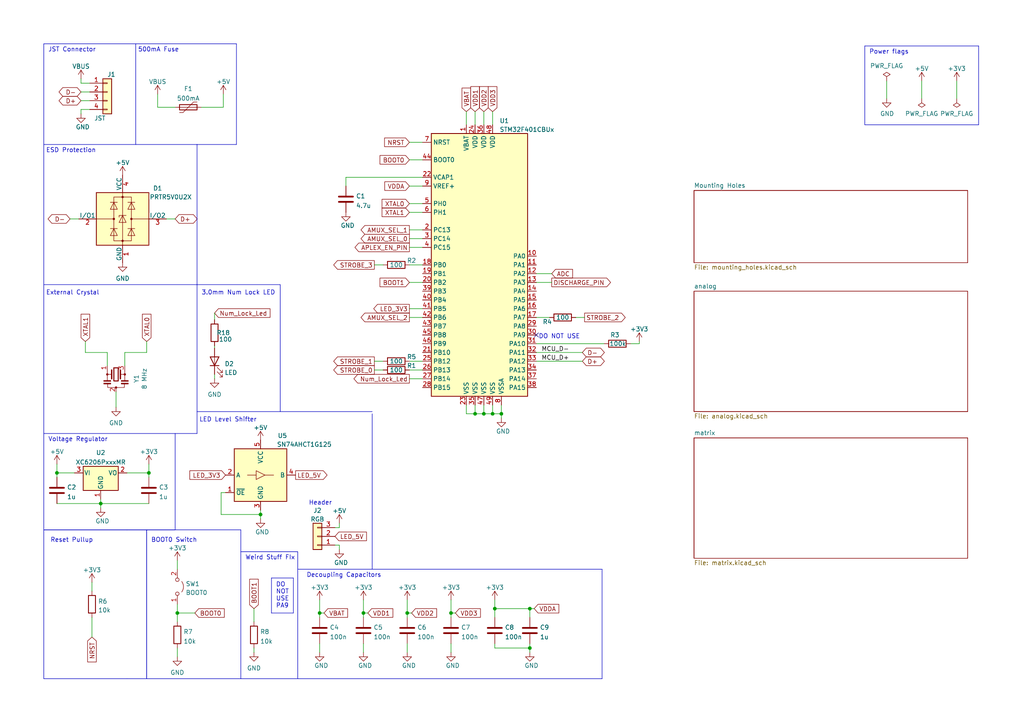
<source format=kicad_sch>
(kicad_sch (version 20231120) (generator "eeschema") (generator_version "8.0")
  (paper "A4")
  (title_block (title "EC23U") (date "2024-03-03") (rev "1.1") (company "LU.SV Solutions") (comment 1 "Cipulot PCB Design") (comment 2 "Cipulot") (comment 3 "CC-BY-NC-SA-4.0"))
  (lib_symbols
    (symbol "Connector_Generic:Conn_01x03" (pin_names (offset 1.016) hide)
      (property "Reference" "J" (at 0 5.08 0))
      (property "Value" "Conn_01x03" (at 0 -5.08 0))
      (symbol "Conn_01x03_1_1"
        (rectangle (start -1.27 -2.413) (end 0 -2.667) (stroke (width 0.1524)))
        (rectangle (start -1.27 0.127) (end 0 -0.127) (stroke (width 0.1524)))
        (rectangle (start -1.27 2.667) (end 0 2.413) (stroke (width 0.1524)))
        (rectangle (start -1.27 3.81) (end 1.27 -3.81) (stroke (width 0.254)) (fill (type background)))
        (pin passive line (at -5.08 2.54 0) (length 3.81) (name "Pin_1") (number "1"))
        (pin passive line (at -5.08 0 0) (length 3.81) (name "Pin_2") (number "2"))
        (pin passive line (at -5.08 -2.54 0) (length 3.81) (name "Pin_3") (number "3"))
      )
    )
    (symbol "Connector_Generic:Conn_01x04" (pin_names (offset 1.016) hide)
      (property "Reference" "J" (at 0 5.08 0))
      (property "Value" "Conn_01x04" (at 0 -7.62 0))
      (symbol "Conn_01x04_1_1"
        (rectangle (start -1.27 -4.953) (end 0 -5.207) (stroke (width 0.1524)))
        (rectangle (start -1.27 -2.413) (end 0 -2.667) (stroke (width 0.1524)))
        (rectangle (start -1.27 0.127) (end 0 -0.127) (stroke (width 0.1524)))
        (rectangle (start -1.27 2.667) (end 0 2.413) (stroke (width 0.1524)))
        (rectangle (start -1.27 3.81) (end 1.27 -6.35) (stroke (width 0.254)) (fill (type background)))
        (pin passive line (at -5.08 2.54 0) (length 3.81) (name "Pin_1") (number "1"))
        (pin passive line (at -5.08 0 0) (length 3.81) (name "Pin_2") (number "2"))
        (pin passive line (at -5.08 -2.54 0) (length 3.81) (name "Pin_3") (number "3"))
        (pin passive line (at -5.08 -5.08 0) (length 3.81) (name "Pin_4") (number "4"))
      )
    )
    (symbol "Device:C" (pin_numbers hide) (pin_names (offset 0.254))
      (property "Reference" "C" (at 0.635 2.54 0))
      (property "Value" "C" (at 0.635 -2.54 0))
      (symbol "C_0_1"
        (polyline (pts (xy -2.032 -0.762) (xy 2.032 -0.762)) (stroke (width 0.508)))
        (polyline (pts (xy -2.032 0.762) (xy 2.032 0.762)) (stroke (width 0.508)))
      )
      (symbol "C_1_1"
        (pin passive line (at 0 3.81 270) (length 2.794) (name "~") (number "1"))
        (pin passive line (at 0 -3.81 90) (length 2.794) (name "~") (number "2"))
      )
    )
    (symbol "Device:LED" (pin_numbers hide) (pin_names (offset 1.016) hide)
      (property "Reference" "D" (at 0 2.54 0))
      (property "Value" "LED" (at 0 -2.54 0))
      (symbol "LED_0_1"
        (polyline (pts (xy -1.27 -1.27) (xy -1.27 1.27)) (stroke (width 0.254)))
        (polyline (pts (xy -1.27 0) (xy 1.27 0)))
        (polyline (pts (xy 1.27 -1.27) (xy 1.27 1.27) (xy -1.27 0) (xy 1.27 -1.27)) (stroke (width 0.254)))
        (polyline (pts (xy -3.048 -0.762) (xy -4.572 -2.286) (xy -3.81 -2.286) (xy -4.572 -2.286) (xy -4.572 -1.524)))
        (polyline (pts (xy -1.778 -0.762) (xy -3.302 -2.286) (xy -2.54 -2.286) (xy -3.302 -2.286) (xy -3.302 -1.524)))
      )
      (symbol "LED_1_1"
        (pin passive line (at -3.81 0 0) (length 2.54) (name "K") (number "1"))
        (pin passive line (at 3.81 0 180) (length 2.54) (name "A") (number "2"))
      )
    )
    (symbol "Device:Polyfuse" (pin_numbers hide) (pin_names (offset 0))
      (property "Reference" "F" (at -2.54 0 90))
      (property "Value" "Polyfuse" (at 2.54 0 90))
      (symbol "Polyfuse_0_1"
        (rectangle (start -0.762 2.54) (end 0.762 -2.54) (stroke (width 0.254)))
        (polyline (pts (xy 0 2.54) (xy 0 -2.54)))
        (polyline (pts (xy -1.524 2.54) (xy -1.524 1.524) (xy 1.524 -1.524) (xy 1.524 -2.54)))
      )
      (symbol "Polyfuse_1_1"
        (pin passive line (at 0 3.81 270) (length 1.27) (name "~") (number "1"))
        (pin passive line (at 0 -3.81 90) (length 1.27) (name "~") (number "2"))
      )
    )
    (symbol "Device:R" (pin_numbers hide) (pin_names (offset 0))
      (property "Reference" "R" (at 2.032 0 90))
      (property "Value" "R" (at 0 0 90))
      (symbol "R_0_1"
        (rectangle (start -1.016 -2.54) (end 1.016 2.54) (stroke (width 0.254)))
      )
      (symbol "R_1_1"
        (pin passive line (at 0 3.81 270) (length 1.27) (name "~") (number "1"))
        (pin passive line (at 0 -3.81 90) (length 1.27) (name "~") (number "2"))
      )
    )
    (symbol "Device:Resonator_Small" (pin_names (offset 1.016) hide)
      (property "Reference" "Y" (at 3.175 1.905 0))
      (property "Value" "Resonator_Small" (at 3.175 0 0))
      (symbol "Resonator_Small_0_1"
        (rectangle (start -3.556 -2.54) (end -1.524 -2.794) (fill (type outline)))
        (rectangle (start -3.556 -1.778) (end -1.524 -2.032) (fill (type outline)))
        (circle (center -2.54 0) (radius 0.254) (fill (type outline)))
        (rectangle (start -0.635 1.905) (end 0.635 -1.905) (stroke (width 0.3048)))
        (circle (center 0 -3.81) (radius 0.254) (fill (type outline)))
        (polyline (pts (xy -2.54 -1.778) (xy -2.54 0)))
        (polyline (pts (xy -2.54 0) (xy -1.397 0)))
        (polyline (pts (xy -2.54 1.27) (xy -2.54 0)))
        (polyline (pts (xy -1.27 -1.27) (xy -1.27 1.27)) (stroke (width 0.381)))
        (polyline (pts (xy 1.27 -1.27) (xy 1.27 1.27)) (stroke (width 0.381)))
        (polyline (pts (xy 1.27 0) (xy 2.54 0)))
        (polyline (pts (xy 2.54 0) (xy 2.54 -1.778)))
        (polyline (pts (xy 2.54 1.27) (xy 2.54 0)))
        (polyline (pts (xy 2.413 -2.794) (xy 2.413 -3.81) (xy -2.413 -3.81) (xy -2.413 -2.667)))
        (rectangle (start 1.524 -2.54) (end 3.556 -2.794) (fill (type outline)))
        (rectangle (start 1.524 -1.778) (end 3.556 -2.032) (fill (type outline)))
        (circle (center 2.54 0) (radius 0.254) (fill (type outline)))
      )
      (symbol "Resonator_Small_1_1"
        (pin passive line (at -2.54 2.54 270) (length 1.27) (name "1") (number "1"))
        (pin passive line (at 0 -5.08 90) (length 1.27) (name "2") (number "2"))
        (pin passive line (at 2.54 2.54 270) (length 1.27) (name "3") (number "3"))
      )
    )
    (symbol "Jumper:Jumper_2_Open" (pin_names (offset 0) hide)
      (property "Reference" "JP" (at 0 2.794 0))
      (property "Value" "Jumper_2_Open" (at 0 -2.286 0))
      (symbol "Jumper_2_Open_0_0"
        (circle (center -2.032 0) (radius 0.508))
        (circle (center 2.032 0) (radius 0.508))
      )
      (symbol "Jumper_2_Open_0_1"
        (arc (start 1.524 1.27) (mid 0 1.778) (end -1.524 1.27))
      )
      (symbol "Jumper_2_Open_1_1"
        (pin passive line (at -5.08 0 0) (length 2.54) (name "A") (number "1"))
        (pin passive line (at 5.08 0 180) (length 2.54) (name "B") (number "2"))
      )
    )
    (symbol "MCU_ST_STM32F4:STM32F401CBUx"
      (property "Reference" "U" (at -15.24 39.37 0))
      (property "Value" "STM32F401CBUx" (at 5.08 39.37 0))
      (symbol "STM32F401CBUx_0_1"
        (rectangle (start -15.24 -38.1) (end 12.7 38.1) (stroke (width 0.254)) (fill (type background)))
      )
      (symbol "STM32F401CBUx_1_1"
        (pin power_in line (at -5.08 40.64 270) (length 2.54) (name "VBAT") (number "1"))
        (pin bidirectional line (at 15.24 2.54 180) (length 2.54) (name "PA0") (number "10"))
        (pin bidirectional line (at 15.24 0 180) (length 2.54) (name "PA1") (number "11"))
        (pin bidirectional line (at 15.24 -2.54 180) (length 2.54) (name "PA2") (number "12"))
        (pin bidirectional line (at 15.24 -5.08 180) (length 2.54) (name "PA3") (number "13"))
        (pin bidirectional line (at 15.24 -7.62 180) (length 2.54) (name "PA4") (number "14"))
        (pin bidirectional line (at 15.24 -10.16 180) (length 2.54) (name "PA5") (number "15"))
        (pin bidirectional line (at 15.24 -12.7 180) (length 2.54) (name "PA6") (number "16"))
        (pin bidirectional line (at 15.24 -15.24 180) (length 2.54) (name "PA7") (number "17"))
        (pin bidirectional line (at -17.78 0 0) (length 2.54) (name "PB0") (number "18"))
        (pin bidirectional line (at -17.78 -2.54 0) (length 2.54) (name "PB1") (number "19"))
        (pin bidirectional line (at -17.78 10.16 0) (length 2.54) (name "PC13") (number "2"))
        (pin bidirectional line (at -17.78 -5.08 0) (length 2.54) (name "PB2") (number "20"))
        (pin bidirectional line (at -17.78 -25.4 0) (length 2.54) (name "PB10") (number "21"))
        (pin power_in line (at -17.78 25.4 0) (length 2.54) (name "VCAP1") (number "22"))
        (pin power_in line (at -5.08 -40.64 90) (length 2.54) (name "VSS") (number "23"))
        (pin power_in line (at -2.54 40.64 270) (length 2.54) (name "VDD") (number "24"))
        (pin bidirectional line (at -17.78 -27.94 0) (length 2.54) (name "PB12") (number "25"))
        (pin bidirectional line (at -17.78 -30.48 0) (length 2.54) (name "PB13") (number "26"))
        (pin bidirectional line (at -17.78 -33.02 0) (length 2.54) (name "PB14") (number "27"))
        (pin bidirectional line (at -17.78 -35.56 0) (length 2.54) (name "PB15") (number "28"))
        (pin bidirectional line (at 15.24 -17.78 180) (length 2.54) (name "PA8") (number "29"))
        (pin bidirectional line (at -17.78 7.62 0) (length 2.54) (name "PC14") (number "3"))
        (pin bidirectional line (at 15.24 -20.32 180) (length 2.54) (name "PA9") (number "30"))
        (pin bidirectional line (at 15.24 -22.86 180) (length 2.54) (name "PA10") (number "31"))
        (pin bidirectional line (at 15.24 -25.4 180) (length 2.54) (name "PA11") (number "32"))
        (pin bidirectional line (at 15.24 -27.94 180) (length 2.54) (name "PA12") (number "33"))
        (pin bidirectional line (at 15.24 -30.48 180) (length 2.54) (name "PA13") (number "34"))
        (pin power_in line (at -2.54 -40.64 90) (length 2.54) (name "VSS") (number "35"))
        (pin power_in line (at 0 40.64 270) (length 2.54) (name "VDD") (number "36"))
        (pin bidirectional line (at 15.24 -33.02 180) (length 2.54) (name "PA14") (number "37"))
        (pin bidirectional line (at 15.24 -35.56 180) (length 2.54) (name "PA15") (number "38"))
        (pin bidirectional line (at -17.78 -7.62 0) (length 2.54) (name "PB3") (number "39"))
        (pin bidirectional line (at -17.78 5.08 0) (length 2.54) (name "PC15") (number "4"))
        (pin bidirectional line (at -17.78 -10.16 0) (length 2.54) (name "PB4") (number "40"))
        (pin bidirectional line (at -17.78 -12.7 0) (length 2.54) (name "PB5") (number "41"))
        (pin bidirectional line (at -17.78 -15.24 0) (length 2.54) (name "PB6") (number "42"))
        (pin bidirectional line (at -17.78 -17.78 0) (length 2.54) (name "PB7") (number "43"))
        (pin input line (at -17.78 30.48 0) (length 2.54) (name "BOOT0") (number "44"))
        (pin bidirectional line (at -17.78 -20.32 0) (length 2.54) (name "PB8") (number "45"))
        (pin bidirectional line (at -17.78 -22.86 0) (length 2.54) (name "PB9") (number "46"))
        (pin power_in line (at 0 -40.64 90) (length 2.54) (name "VSS") (number "47"))
        (pin power_in line (at 2.54 40.64 270) (length 2.54) (name "VDD") (number "48"))
        (pin power_in line (at 2.54 -40.64 90) (length 2.54) (name "VSS") (number "49"))
        (pin input line (at -17.78 17.78 0) (length 2.54) (name "PH0") (number "5"))
        (pin input line (at -17.78 15.24 0) (length 2.54) (name "PH1") (number "6"))
        (pin input line (at -17.78 35.56 0) (length 2.54) (name "NRST") (number "7"))
        (pin power_in line (at 5.08 -40.64 90) (length 2.54) (name "VSSA") (number "8"))
        (pin power_in line (at -17.78 22.86 0) (length 2.54) (name "VREF+") (number "9"))
      )
    )
    (symbol "Power_Protection:PRTR5V0U2X" (pin_names (offset 0))
      (property "Reference" "D" (at 2.794 8.636 0))
      (property "Value" "PRTR5V0U2X" (at 8.128 -9.398 0))
      (symbol "PRTR5V0U2X_0_1"
        (rectangle (start -7.62 -7.62) (end 7.62 7.62) (stroke (width 0.254)) (fill (type background)))
        (circle (center -2.54 0) (radius 0.254) (fill (type outline)))
        (rectangle (start -2.54 6.35) (end 2.54 -6.35))
        (circle (center 0 -6.35) (radius 0.254) (fill (type outline)))
        (polyline (pts (xy -2.54 0) (xy -7.62 0)))
        (polyline (pts (xy -1.524 -2.794) (xy -3.556 -2.794)))
        (polyline (pts (xy -1.524 4.826) (xy -3.556 4.826)))
        (polyline (pts (xy 0 -7.62) (xy 0 7.62)))
        (polyline (pts (xy 1.524 -2.794) (xy 3.556 -2.794)))
        (polyline (pts (xy 1.524 4.826) (xy 3.556 4.826)))
        (polyline (pts (xy 2.54 0) (xy 7.62 0)))
        (polyline (pts (xy 1.016 1.016) (xy -1.016 1.016) (xy -1.016 0.508)))
        (polyline (pts (xy -3.556 -4.826) (xy -1.524 -4.826) (xy -2.54 -2.794) (xy -3.556 -4.826)))
        (polyline (pts (xy -3.556 2.794) (xy -1.524 2.794) (xy -2.54 4.826) (xy -3.556 2.794)))
        (polyline (pts (xy -1.016 -1.016) (xy 1.016 -1.016) (xy 0 1.016) (xy -1.016 -1.016)))
        (polyline (pts (xy 3.556 -4.826) (xy 1.524 -4.826) (xy 2.54 -2.794) (xy 3.556 -4.826)))
        (polyline (pts (xy 3.556 2.794) (xy 1.524 2.794) (xy 2.54 4.826) (xy 3.556 2.794)))
        (circle (center 0 6.35) (radius 0.254) (fill (type outline)))
        (circle (center 2.54 0) (radius 0.254) (fill (type outline)))
      )
      (symbol "PRTR5V0U2X_1_1"
        (pin passive line (at 0 -12.7 90) (length 5.08) (name "GND") (number "1"))
        (pin passive line (at -12.7 0 0) (length 5.08) (name "I/O1") (number "2"))
        (pin passive line (at 12.7 0 180) (length 5.08) (name "I/O2") (number "3"))
        (pin passive line (at 0 12.7 270) (length 5.08) (name "VCC") (number "4"))
      )
    )
    (symbol "Regulator_Linear:XC6206PxxxMR" (pin_names (offset 0.254))
      (property "Reference" "U" (at -3.81 3.175 0))
      (property "Value" "XC6206PxxxMR" (at 0 3.175 0))
      (symbol "XC6206PxxxMR_0_1"
        (rectangle (start -5.08 1.905) (end 5.08 -5.08) (stroke (width 0.254)) (fill (type background)))
      )
      (symbol "XC6206PxxxMR_1_1"
        (pin power_in line (at 0 -7.62 90) (length 2.54) (name "GND") (number "1"))
        (pin power_out line (at 7.62 0 180) (length 2.54) (name "VO") (number "2"))
        (pin power_in line (at -7.62 0 0) (length 2.54) (name "VI") (number "3"))
      )
    )
    (symbol "cipulot_parts:SN74AHCT1G125"
      (property "Reference" "U" (at -6.35 11.43 0))
      (property "Value" "SN74AHCT1G125" (at 3.81 11.43 0))
      (symbol "SN74AHCT1G125_0_1"
        (rectangle (start -7.62 10.16) (end 7.62 -5.08) (stroke (width 0.254)) (fill (type background)))
        (polyline (pts (xy -3.81 2.54) (xy -1.27 2.54)))
        (polyline (pts (xy 3.81 2.54) (xy 1.27 2.54)))
        (polyline (pts (xy -1.27 1.27) (xy -1.27 3.81) (xy 1.27 2.54) (xy -1.27 1.27)))
      )
      (symbol "SN74AHCT1G125_1_1"
        (pin input line (at -10.16 -2.54 0) (length 2.54) (name "~{OE}") (number "1"))
        (pin input line (at -10.16 2.54 0) (length 2.54) (name "A") (number "2"))
        (pin power_in line (at 0 -7.62 90) (length 2.54) (name "GND") (number "3"))
        (pin output line (at 10.16 2.54 180) (length 2.54) (name "B") (number "4"))
        (pin power_in line (at 0 12.7 270) (length 2.54) (name "VCC") (number "5"))
      )
    )
    (symbol "power:+3.3V" (power) (pin_names (offset 0))
      (property "Value" "+3.3V" (at 0 3.556 0))
      (symbol "+3.3V_0_1"
        (polyline (pts (xy -0.762 1.27) (xy 0 2.54)))
        (polyline (pts (xy 0 0) (xy 0 2.54)))
        (polyline (pts (xy 0 2.54) (xy 0.762 1.27)))
      )
      (symbol "+3.3V_1_1"
        (pin power_in line (at 0 0 90) (length 0) hide (name "+3V3") (number "1"))
      )
    )
    (symbol "power:+5V" (power) (pin_names (offset 0))
      (property "Value" "+5V" (at 0 3.556 0))
      (symbol "+5V_0_1"
        (polyline (pts (xy -0.762 1.27) (xy 0 2.54)))
        (polyline (pts (xy 0 0) (xy 0 2.54)))
        (polyline (pts (xy 0 2.54) (xy 0.762 1.27)))
      )
      (symbol "+5V_1_1"
        (pin power_in line (at 0 0 90) (length 0) hide (name "+5V") (number "1"))
      )
    )
    (symbol "power:GND" (power) (pin_names (offset 0))
      (property "Value" "GND" (at 0 -3.81 0))
      (symbol "GND_0_1"
        (polyline (pts (xy 0 0) (xy 0 -1.27) (xy 1.27 -1.27) (xy 0 -2.54) (xy -1.27 -1.27) (xy 0 -1.27)))
      )
      (symbol "GND_1_1"
        (pin power_in line (at 0 0 270) (length 0) hide (name "GND") (number "1"))
      )
    )
    (symbol "power:PWR_FLAG" (power) (pin_numbers hide) (pin_names (offset 0) hide)
      (property "Value" "PWR_FLAG" (at 0 3.81 0))
      (symbol "PWR_FLAG_0_0"
        (pin power_out line (at 0 0 90) (length 0) (name "pwr") (number "1"))
      )
      (symbol "PWR_FLAG_0_1"
        (polyline (pts (xy 0 0) (xy 0 1.27) (xy -1.016 1.905) (xy 0 2.54) (xy 1.016 1.905) (xy 0 1.27)))
      )
    )
    (symbol "power:VBUS" (power) (pin_names (offset 0))
      (property "Value" "VBUS" (at 0 3.81 0))
      (symbol "VBUS_0_1"
        (polyline (pts (xy -0.762 1.27) (xy 0 2.54)))
        (polyline (pts (xy 0 0) (xy 0 2.54)))
        (polyline (pts (xy 0 2.54) (xy 0.762 1.27)))
      )
      (symbol "VBUS_1_1"
        (pin power_in line (at 0 0 90) (length 0) hide (name "VBUS") (number "1"))
      )
    )
  )
  (junction (at 143.51 176.53))
  (junction (at 153.67 176.53))
  (junction (at 140.335 120.015))
  (junction (at 137.795 120.015))
  (junction (at 130.81 177.8))
  (junction (at 51.435 177.8))
  (junction (at 142.875 120.015))
  (junction (at 92.71 177.8))
  (junction (at 145.415 120.015))
  (junction (at 43.18 137.16))
  (junction (at 29.21 146.05))
  (junction (at 118.11 177.8))
  (junction (at 105.41 177.8))
  (junction (at 153.67 187.96))
  (junction (at 75.565 149.225))
  (junction (at 16.51 137.16))
  (no_connect (at 155.575 97.155))
  (wire (pts (xy 43.18 137.16) (xy 43.18 138.43)))
  (polyline (pts (xy 36.83 196.85) (xy 69.85 196.85)))
  (wire (pts (xy 75.565 147.955) (xy 75.565 149.225)))
  (wire (pts (xy 143.51 187.96) (xy 153.67 187.96)))
  (polyline (pts (xy 78.74 177.8) (xy 85.09 177.8)))
  (wire (pts (xy 135.255 120.015) (xy 137.795 120.015)))
  (wire (pts (xy 92.71 186.69) (xy 92.71 189.23)))
  (polyline (pts (xy 57.15 82.55) (xy 81.28 82.55)))
  (polyline (pts (xy 12.7 82.55) (xy 12.7 125.73)))
  (wire (pts (xy 257.175 23.495) (xy 257.175 28.575)))
  (wire (pts (xy 118.745 66.675) (xy 122.555 66.675)))
  (wire (pts (xy 137.795 117.475) (xy 137.795 120.015)))
  (wire (pts (xy 118.745 41.275) (xy 122.555 41.275)))
  (wire (pts (xy 16.51 146.05) (xy 29.21 146.05)))
  (polyline (pts (xy 57.15 82.55) (xy 57.15 41.91)))
  (wire (pts (xy 97.155 153.035) (xy 98.425 153.035)))
  (wire (pts (xy 153.67 187.96) (xy 153.67 189.23)))
  (wire (pts (xy 92.71 173.99) (xy 92.71 177.8)))
  (wire (pts (xy 118.745 71.755) (xy 122.555 71.755)))
  (wire (pts (xy 137.795 36.195) (xy 137.795 32.385)))
  (wire (pts (xy 23.495 24.13) (xy 26.035 24.13)))
  (polyline (pts (xy 42.545 153.67) (xy 42.545 196.85)))
  (wire (pts (xy 26.67 168.91) (xy 26.67 171.45)))
  (wire (pts (xy 62.23 100.33) (xy 62.23 100.965)))
  (wire (pts (xy 23.495 31.75) (xy 26.035 31.75)))
  (polyline (pts (xy 85.09 177.8) (xy 85.09 167.64)))
  (wire (pts (xy 100.33 51.435) (xy 100.33 53.975)))
  (polyline (pts (xy 12.7 41.91) (xy 12.7 63.5)))
  (wire (pts (xy 118.745 109.855) (xy 122.555 109.855)))
  (wire (pts (xy 118.745 81.915) (xy 122.555 81.915)))
  (wire (pts (xy 108.585 104.775) (xy 111.125 104.775)))
  (wire (pts (xy 58.42 31.115) (xy 64.77 31.115)))
  (wire (pts (xy 118.745 69.215) (xy 122.555 69.215)))
  (wire (pts (xy 140.335 36.195) (xy 140.335 32.385)))
  (wire (pts (xy 118.745 107.315) (xy 122.555 107.315)))
  (wire (pts (xy 16.51 137.16) (xy 16.51 138.43)))
  (polyline (pts (xy 81.28 82.55) (xy 81.28 119.38)))
  (polyline (pts (xy 78.74 167.64) (xy 85.09 167.64)))
  (wire (pts (xy 185.42 99.695) (xy 185.42 99.06)))
  (wire (pts (xy 153.67 186.69) (xy 153.67 187.96)))
  (wire (pts (xy 73.66 176.53) (xy 73.66 180.34)))
  (wire (pts (xy 105.41 179.07) (xy 105.41 177.8)))
  (polyline (pts (xy 36.83 153.67) (xy 50.8 153.67)))
  (wire (pts (xy 42.545 99.06) (xy 42.545 102.235)))
  (wire (pts (xy 62.23 109.855) (xy 62.23 108.585)))
  (wire (pts (xy 118.745 76.835) (xy 122.555 76.835)))
  (wire (pts (xy 118.745 61.595) (xy 122.555 61.595)))
  (wire (pts (xy 33.655 113.665) (xy 33.655 118.11)))
  (wire (pts (xy 23.495 26.67) (xy 26.035 26.67)))
  (wire (pts (xy 105.41 186.69) (xy 105.41 189.23)))
  (wire (pts (xy 98.425 153.035) (xy 98.425 151.765)))
  (wire (pts (xy 118.11 173.99) (xy 118.11 177.8)))
  (wire (pts (xy 169.545 92.075) (xy 167.005 92.075)))
  (wire (pts (xy 75.565 149.225) (xy 75.565 150.495)))
  (polyline (pts (xy 57.15 125.73) (xy 57.15 82.55)))
  (polyline (pts (xy 86.36 160.02) (xy 86.36 196.85)))
  (wire (pts (xy 182.88 99.695) (xy 185.42 99.695)))
  (wire (pts (xy 29.21 146.05) (xy 43.18 146.05)))
  (wire (pts (xy 51.435 187.96) (xy 51.435 190.5)))
  (wire (pts (xy 140.335 117.475) (xy 140.335 120.015)))
  (polyline (pts (xy 107.95 120.015) (xy 107.95 165.1)))
  (wire (pts (xy 64.135 142.875) (xy 64.135 149.225)))
  (wire (pts (xy 155.575 99.695) (xy 175.26 99.695)))
  (wire (pts (xy 23.495 29.21) (xy 26.035 29.21)))
  (wire (pts (xy 64.77 31.115) (xy 64.77 27.305)))
  (polyline (pts (xy 86.36 160.02) (xy 69.85 160.02)))
  (wire (pts (xy 118.11 186.69) (xy 118.11 189.23)))
  (wire (pts (xy 29.21 146.05) (xy 29.21 147.32)))
  (wire (pts (xy 73.66 187.96) (xy 73.66 189.23)))
  (wire (pts (xy 108.585 107.315) (xy 111.125 107.315)))
  (wire (pts (xy 51.435 162.56) (xy 51.435 165.1)))
  (wire (pts (xy 118.11 179.07) (xy 118.11 177.8)))
  (polyline (pts (xy 42.545 196.85) (xy 42.545 153.67)))
  (wire (pts (xy 130.81 173.99) (xy 130.81 177.8)))
  (wire (pts (xy 135.255 36.195) (xy 135.255 32.385)))
  (wire (pts (xy 16.51 137.16) (xy 21.59 137.16)))
  (wire (pts (xy 142.875 36.195) (xy 142.875 32.385)))
  (wire (pts (xy 51.435 175.26) (xy 51.435 177.8)))
  (wire (pts (xy 155.575 79.375) (xy 160.02 79.375)))
  (wire (pts (xy 118.745 104.775) (xy 122.555 104.775)))
  (wire (pts (xy 20.32 63.5) (xy 22.86 63.5)))
  (wire (pts (xy 108.585 76.835) (xy 111.125 76.835)))
  (wire (pts (xy 45.72 27.305) (xy 45.72 31.115)))
  (wire (pts (xy 130.81 177.8) (xy 130.81 179.07)))
  (wire (pts (xy 153.67 176.53) (xy 153.67 179.07)))
  (polyline (pts (xy 12.7 12.7) (xy 39.37 12.7)))
  (polyline (pts (xy 86.36 165.1) (xy 174.625 165.1)))
  (polyline (pts (xy 36.83 153.67) (xy 69.85 153.67)))
  (polyline (pts (xy 12.7 125.73) (xy 57.15 125.73)))
  (polyline (pts (xy 12.7 125.73) (xy 12.7 153.67)))
  (polyline (pts (xy 250.825 36.195) (xy 283.845 36.195)))
  (polyline (pts (xy 12.7 153.67) (xy 36.83 153.67)))
  (polyline (pts (xy 86.36 196.85) (xy 69.85 196.85)))
  (polyline (pts (xy 12.7 196.85) (xy 36.83 196.85)))
  (polyline (pts (xy 39.37 41.91) (xy 39.37 12.7)))
  (wire (pts (xy 267.335 23.495) (xy 267.335 28.575)))
  (wire (pts (xy 137.795 120.015) (xy 140.335 120.015)))
  (polyline (pts (xy 69.85 196.85) (xy 69.85 153.67)))
  (wire (pts (xy 48.26 63.5) (xy 50.8 63.5)))
  (polyline (pts (xy 12.7 63.5) (xy 12.7 82.55)))
  (wire (pts (xy 51.435 177.8) (xy 56.515 177.8)))
  (wire (pts (xy 135.255 117.475) (xy 135.255 120.015)))
  (polyline (pts (xy 12.7 153.67) (xy 12.7 196.85)))
  (wire (pts (xy 142.875 117.475) (xy 142.875 120.015)))
  (wire (pts (xy 43.18 134.62) (xy 43.18 137.16)))
  (wire (pts (xy 31.115 102.235) (xy 31.115 106.045)))
  (wire (pts (xy 118.745 92.075) (xy 122.555 92.075)))
  (wire (pts (xy 51.435 177.8) (xy 51.435 180.34)))
  (polyline (pts (xy 12.7 153.67) (xy 36.83 153.67)))
  (wire (pts (xy 155.575 104.775) (xy 168.91 104.775)))
  (wire (pts (xy 92.71 177.8) (xy 92.71 179.07)))
  (wire (pts (xy 143.51 179.07) (xy 143.51 176.53)))
  (wire (pts (xy 142.875 120.015) (xy 145.415 120.015)))
  (polyline (pts (xy 50.8 153.67) (xy 50.8 125.73)))
  (wire (pts (xy 130.81 186.69) (xy 130.81 189.23)))
  (polyline (pts (xy 174.625 165.1) (xy 174.625 196.85)))
  (wire (pts (xy 93.98 177.8) (xy 92.71 177.8)))
  (wire (pts (xy 143.51 186.69) (xy 143.51 187.96)))
  (wire (pts (xy 145.415 117.475) (xy 145.415 120.015)))
  (wire (pts (xy 105.41 177.8) (xy 106.68 177.8)))
  (wire (pts (xy 143.51 173.99) (xy 143.51 176.53)))
  (wire (pts (xy 130.81 177.8) (xy 132.08 177.8)))
  (polyline (pts (xy 283.845 36.195) (xy 283.845 13.335)))
  (wire (pts (xy 16.51 134.62) (xy 16.51 137.16)))
  (wire (pts (xy 97.155 158.115) (xy 98.425 158.115)))
  (wire (pts (xy 64.135 149.225) (xy 75.565 149.225)))
  (wire (pts (xy 64.135 142.875) (xy 65.405 142.875)))
  (wire (pts (xy 140.335 120.015) (xy 142.875 120.015)))
  (wire (pts (xy 277.495 23.495) (xy 277.495 28.575)))
  (wire (pts (xy 29.21 144.78) (xy 29.21 146.05)))
  (wire (pts (xy 45.72 31.115) (xy 50.8 31.115)))
  (wire (pts (xy 100.33 51.435) (xy 122.555 51.435)))
  (wire (pts (xy 24.765 99.06) (xy 24.765 102.235)))
  (wire (pts (xy 155.575 102.235) (xy 168.91 102.235)))
  (wire (pts (xy 118.745 46.355) (xy 122.555 46.355)))
  (wire (pts (xy 155.575 81.915) (xy 160.02 81.915)))
  (polyline (pts (xy 57.15 41.91) (xy 12.7 41.91)))
  (wire (pts (xy 36.83 137.16) (xy 43.18 137.16)))
  (polyline (pts (xy 174.625 196.85) (xy 86.36 196.85)))
  (polyline (pts (xy 69.85 160.02) (xy 86.36 160.02)))
  (polyline (pts (xy 12.7 82.55) (xy 57.15 82.55)))
  (polyline (pts (xy 78.74 167.64) (xy 78.74 177.8)))
  (wire (pts (xy 26.67 179.07) (xy 26.67 184.785)))
  (wire (pts (xy 105.41 173.99) (xy 105.41 177.8)))
  (wire (pts (xy 153.67 176.53) (xy 154.94 176.53)))
  (wire (pts (xy 98.425 158.115) (xy 98.425 159.385)))
  (polyline (pts (xy 12.7 41.91) (xy 12.7 12.7)))
  (wire (pts (xy 36.195 106.045) (xy 36.195 102.235)))
  (wire (pts (xy 159.385 92.075) (xy 155.575 92.075)))
  (wire (pts (xy 24.765 102.235) (xy 31.115 102.235)))
  (polyline (pts (xy 68.58 12.7) (xy 39.37 12.7)))
  (polyline (pts (xy 250.825 13.335) (xy 283.845 13.335)))
  (wire (pts (xy 23.495 22.86) (xy 23.495 24.13)))
  (wire (pts (xy 118.11 177.8) (xy 119.38 177.8)))
  (polyline (pts (xy 57.15 119.38) (xy 107.95 119.38)))
  (polyline (pts (xy 68.58 41.91) (xy 68.58 12.7)))
  (wire (pts (xy 122.555 53.975) (xy 118.745 53.975)))
  (polyline (pts (xy 250.825 13.335) (xy 250.825 36.195)))
  (wire (pts (xy 118.745 89.535) (xy 122.555 89.535)))
  (wire (pts (xy 62.23 90.805) (xy 62.23 92.71)))
  (wire (pts (xy 143.51 176.53) (xy 153.67 176.53)))
  (polyline (pts (xy 57.15 41.91) (xy 68.58 41.91)))
  (wire (pts (xy 36.195 102.235) (xy 42.545 102.235)))
  (wire (pts (xy 145.415 121.285) (xy 145.415 120.015)))
  (wire (pts (xy 23.495 33.02) (xy 23.495 31.75)))
  (wire (pts (xy 118.745 59.055) (xy 122.555 59.055)))
  (text "Voltage Regulator" (at 13.97 128.27 0) (effects (font (size 1.27 1.27)) (justify left bottom)))
  (text "Weird Stuff FIx" (at 71.12 162.56 0) (effects (font (size 1.27 1.27)) (justify left bottom)))
  (text "3.0mm Num Lock LED" (at 58.42 85.725 0) (effects (font (size 1.27 1.27)) (justify left bottom)))
  (text "Decoupling Capacitors" (at 88.9 167.64 0) (effects (font (size 1.27 1.27)) (justify left bottom)))
  (text "BOOT0 Switch" (at 43.815 157.48 0) (effects (font (size 1.27 1.27)) (justify left bottom)))
  (text "DO NOT USE" (at 156.21 98.425 0) (effects (font (size 1.27 1.27)) (justify left bottom)))
  (text "DO\nNOT\nUSE\nPA9\n" (at 80.01 176.53 0) (effects (font (size 1.27 1.27)) (justify left bottom)))
  (text "LED Level Shifter\n" (at 57.785 122.555 0) (effects (font (size 1.27 1.27)) (justify left bottom)))
  (text "External Crystal\n" (at 13.335 85.725 0) (effects (font (size 1.27 1.27)) (justify left bottom)))
  (text "500mA Fuse\n" (at 40.005 15.24 0) (effects (font (size 1.27 1.27)) (justify left bottom)))
  (text "Header" (at 89.535 146.685 0) (effects (font (size 1.27 1.27)) (justify left bottom)))
  (text "JST Connector\n" (at 13.97 15.24 0) (effects (font (size 1.27 1.27)) (justify left bottom)))
  (text "ESD Protection\n" (at 13.335 44.45 0) (effects (font (size 1.27 1.27)) (justify left bottom)))
  (text "Reset Pullup" (at 14.605 157.48 0) (effects (font (size 1.27 1.27)) (justify left bottom)))
  (text "Power flags\n" (at 252.095 15.875 0) (effects (font (size 1.27 1.27)) (justify left bottom)))
  (label "MCU_D+" (at 165.1 104.775 180))
  (label "MCU_D-" (at 165.1 102.235 180))
  (global_label "XTAL1" (shape input) (at 118.745 61.595 180) (property "Intersheetrefs" "${INTERSHEET_REFS}" (effects (hide yes))))
  (global_label "VDD1" (shape input) (at 137.795 32.385 90) (property "Intersheetrefs" "${INTERSHEET_REFS}" (effects (hide yes))))
  (global_label "D+" (shape bidirectional) (at 50.8 63.5 0) (property "Intersheetrefs" "${INTERSHEET_REFS}" (effects (hide yes))))
  (global_label "NRST" (shape input) (at 26.67 184.785 270) (property "Intersheetrefs" "${INTERSHEET_REFS}" (effects (hide yes))))
  (global_label "BOOT1" (shape input) (at 73.66 176.53 90) (property "Intersheetrefs" "${INTERSHEET_REFS}" (effects (hide yes))))
  (global_label "LED_5V" (shape output) (at 85.725 137.795 0) (property "Intersheetrefs" "${INTERSHEET_REFS}" (effects (hide yes))))
  (global_label "LED_3V3" (shape input) (at 65.405 137.795 180) (property "Intersheetrefs" "${INTERSHEET_REFS}" (effects (hide yes))))
  (global_label "VDD2" (shape input) (at 119.38 177.8 0) (property "Intersheetrefs" "${INTERSHEET_REFS}" (effects (hide yes))))
  (global_label "AMUX_SEL_0" (shape output) (at 118.745 69.215 180) (property "Intersheetrefs" "${INTERSHEET_REFS}" (effects (hide yes))))
  (global_label "DISCHARGE_PIN" (shape output) (at 160.02 81.915 0) (property "Intersheetrefs" "${INTERSHEET_REFS}" (effects (hide yes))))
  (global_label "D-" (shape bidirectional) (at 168.91 102.235 0) (property "Intersheetrefs" "${INTERSHEET_REFS}" (effects (hide yes))))
  (global_label "Num_Lock_Led" (shape input) (at 62.23 90.805 0) (property "Intersheetrefs" "${INTERSHEET_REFS}" (effects (hide yes))))
  (global_label "VDD3" (shape input) (at 132.08 177.8 0) (property "Intersheetrefs" "${INTERSHEET_REFS}" (effects (hide yes))))
  (global_label "VDD3" (shape input) (at 142.875 32.385 90) (property "Intersheetrefs" "${INTERSHEET_REFS}" (effects (hide yes))))
  (global_label "VBAT" (shape input) (at 135.255 32.385 90) (property "Intersheetrefs" "${INTERSHEET_REFS}" (effects (hide yes))))
  (global_label "XTAL0" (shape input) (at 42.545 99.06 90) (property "Intersheetrefs" "${INTERSHEET_REFS}" (effects (hide yes))))
  (global_label "XTAL1" (shape input) (at 24.765 99.06 90) (property "Intersheetrefs" "${INTERSHEET_REFS}" (effects (hide yes))))
  (global_label "Num_Lock_Led" (shape output) (at 118.745 109.855 180) (property "Intersheetrefs" "${INTERSHEET_REFS}" (effects (hide yes))))
  (global_label "LED_5V" (shape input) (at 97.155 155.575 0) (property "Intersheetrefs" "${INTERSHEET_REFS}" (effects (hide yes))))
  (global_label "D-" (shape bidirectional) (at 23.495 26.67 180) (property "Intersheetrefs" "${INTERSHEET_REFS}" (effects (hide yes))))
  (global_label "NRST" (shape input) (at 118.745 41.275 180) (property "Intersheetrefs" "${INTERSHEET_REFS}" (effects (hide yes))))
  (global_label "XTAL0" (shape input) (at 118.745 59.055 180) (property "Intersheetrefs" "${INTERSHEET_REFS}" (effects (hide yes))))
  (global_label "STROBE_2" (shape output) (at 169.545 92.075 0) (property "Intersheetrefs" "${INTERSHEET_REFS}" (effects (hide yes))))
  (global_label "APLEX_EN_PIN" (shape output) (at 118.745 71.755 180) (property "Intersheetrefs" "${INTERSHEET_REFS}" (effects (hide yes))))
  (global_label "D-" (shape bidirectional) (at 20.32 63.5 180) (property "Intersheetrefs" "${INTERSHEET_REFS}" (effects (hide yes))))
  (global_label "VDD1" (shape input) (at 106.68 177.8 0) (property "Intersheetrefs" "${INTERSHEET_REFS}" (effects (hide yes))))
  (global_label "VDDA" (shape input) (at 118.745 53.975 180) (property "Intersheetrefs" "${INTERSHEET_REFS}" (effects (hide yes))))
  (global_label "VBAT" (shape input) (at 93.98 177.8 0) (property "Intersheetrefs" "${INTERSHEET_REFS}" (effects (hide yes))))
  (global_label "AMUX_SEL_2" (shape output) (at 118.745 92.075 180) (property "Intersheetrefs" "${INTERSHEET_REFS}" (effects (hide yes))))
  (global_label "BOOT0" (shape input) (at 118.745 46.355 180) (property "Intersheetrefs" "${INTERSHEET_REFS}" (effects (hide yes))))
  (global_label "STROBE_1" (shape output) (at 108.585 104.775 180) (property "Intersheetrefs" "${INTERSHEET_REFS}" (effects (hide yes))))
  (global_label "D+" (shape bidirectional) (at 23.495 29.21 180) (property "Intersheetrefs" "${INTERSHEET_REFS}" (effects (hide yes))))
  (global_label "BOOT0" (shape input) (at 56.515 177.8 0) (property "Intersheetrefs" "${INTERSHEET_REFS}" (effects (hide yes))))
  (global_label "D+" (shape bidirectional) (at 168.91 104.775 0) (property "Intersheetrefs" "${INTERSHEET_REFS}" (effects (hide yes))))
  (global_label "VDDA" (shape input) (at 154.94 176.53 0) (property "Intersheetrefs" "${INTERSHEET_REFS}" (effects (hide yes))))
  (global_label "BOOT1" (shape input) (at 118.745 81.915 180) (property "Intersheetrefs" "${INTERSHEET_REFS}" (effects (hide yes))))
  (global_label "VDD2" (shape input) (at 140.335 32.385 90) (property "Intersheetrefs" "${INTERSHEET_REFS}" (effects (hide yes))))
  (global_label "STROBE_3" (shape output) (at 108.585 76.835 180) (property "Intersheetrefs" "${INTERSHEET_REFS}" (effects (hide yes))))
  (global_label "STROBE_0" (shape output) (at 108.585 107.315 180) (property "Intersheetrefs" "${INTERSHEET_REFS}" (effects (hide yes))))
  (global_label "ADC" (shape input) (at 160.02 79.375 0) (property "Intersheetrefs" "${INTERSHEET_REFS}" (effects (hide yes))))
  (global_label "LED_3V3" (shape output) (at 118.745 89.535 180) (property "Intersheetrefs" "${INTERSHEET_REFS}" (effects (hide yes))))
  (global_label "AMUX_SEL_1" (shape output) (at 118.745 66.675 180) (property "Intersheetrefs" "${INTERSHEET_REFS}" (effects (hide yes))))
  (symbol (lib_id "cipulot_parts:SN74AHCT1G125") (at 75.565 140.335 0) (unit 1)
    (property "Reference" "U5" (at 81.915 126.365 0))
    (property "Value" "SN74AHCT1G125" (at 88.265 128.905 0))
    (property "Footprint" "Package_TO_SOT_SMD:SOT-23-5" (effects (hide yes)))
    (property "Datasheet" "https://www.ti.com/cn/lit/ds/symlink/sn74ahct1g125.pdf?ts=1660138492922" (effects (hide yes)))
    (property "LCSC" "C7484" (effects (hide yes)))
  )
  (symbol (lib_id "power:GND") (at 105.41 189.23 0) (unit 1)
    (property "Reference" "#PWR026" (effects (hide yes)))
    (property "Value" "GND" (at 107.95 193.04 0) (effects (justify right)))
  )
  (symbol (lib_id "power:PWR_FLAG") (at 277.495 28.575 180) (unit 1)
    (property "Reference" "#FLG03" (effects (hide yes)))
    (property "Value" "PWR_FLAG" (at 277.495 32.9692 0))
  )
  (symbol (lib_id "power:GND") (at 257.175 28.575 0) (unit 1)
    (property "Reference" "#PWR06" (effects (hide yes)))
    (property "Value" "GND" (at 257.302 32.9692 0))
  )
  (symbol (lib_id "power:GND") (at 35.56 76.2 0) (unit 1)
    (property "Reference" "#PWR010" (effects (hide yes)))
    (property "Value" "GND" (at 35.56 80.7625 0))
  )
  (symbol (lib_id "power:+3.3V") (at 185.42 99.06 0) (unit 1)
    (property "Reference" "#PWR011" (effects (hide yes)))
    (property "Value" "+3V3" (at 185.42 95.4555 0))
  )
  (symbol (lib_id "MCU_ST_STM32F4:STM32F401CBUx") (at 140.335 76.835 0) (unit 1)
    (property "Reference" "U1" (at 144.8944 35.0352 0) (effects (justify left)))
    (property "Value" "STM32F401CBUx" (at 144.8944 37.5721 0) (effects (justify left)))
    (property "Footprint" "Package_DFN_QFN:QFN-48-1EP_7x7mm_P0.5mm_EP5.6x5.6mm" (effects (hide yes)))
    (property "Datasheet" "http://www.st.com/st-web-ui/static/active/en/resource/technical/document/datasheet/DM00086815.pdf" (effects (hide yes)))
    (property "LCSC" "C118825" (effects (hide yes)))
  )
  (symbol (lib_id "power:GND") (at 75.565 150.495 0) (unit 1)
    (property "Reference" "#PWR049" (effects (hide yes)))
    (property "Value" "GND" (at 78.105 154.305 0) (effects (justify right)))
  )
  (symbol (lib_id "power:+3.3V") (at 51.435 162.56 0) (unit 1)
    (property "Reference" "#PWR017" (effects (hide yes)))
    (property "Value" "+3V3" (at 51.435 158.9555 0))
  )
  (symbol (lib_id "Device:R") (at 26.67 175.26 0) (unit 1)
    (property "Reference" "R6" (at 28.448 174.4253 0) (effects (justify left)))
    (property "Value" "10k" (at 28.448 176.9622 0) (effects (justify left)))
    (property "Footprint" "Resistor_SMD:R_0402_1005Metric" (effects (hide yes)))
    (property "LCSC" "C25744" (effects (hide yes)))
  )
  (symbol (lib_id "power:GND") (at 100.33 61.595 0) (unit 1)
    (property "Reference" "#PWR09" (effects (hide yes)))
    (property "Value" "GND" (at 102.87 65.405 0) (effects (justify right)))
  )
  (symbol (lib_id "Jumper:Jumper_2_Open") (at 51.435 170.18 270) (mirror x) (unit 1)
    (property "Reference" "SW1" (at 53.848 169.3453 90) (effects (justify left)))
    (property "Value" "BOOT0" (at 53.848 171.8822 90) (effects (justify left)))
    (property "Footprint" "Connector_PinHeader_2.00mm:PinHeader_1x02_P2.00mm_Vertical" (effects (hide yes)))
  )
  (symbol (lib_id "power:+3.3V") (at 92.71 173.99 0) (unit 1)
    (property "Reference" "#PWR019" (effects (hide yes)))
    (property "Value" "+3V3" (at 92.71 170.3855 0))
  )
  (symbol (lib_id "Device:R") (at 163.195 92.075 270) (unit 1)
    (property "Reference" "R4" (at 158.75 93.345 90))
    (property "Value" "100" (at 163.195 92.075 90))
    (property "Footprint" "Resistor_SMD:R_0402_1005Metric" (effects (hide yes)))
    (property "LCSC" "C25076" (effects (hide yes)))
  )
  (symbol (lib_id "power:+3.3V") (at 118.11 173.99 0) (unit 1)
    (property "Reference" "#PWR021" (effects (hide yes)))
    (property "Value" "+3V3" (at 118.11 170.3855 0))
  )
  (symbol (lib_id "Connector_Generic:Conn_01x04") (at 31.115 26.67 0) (unit 1)
    (property "Reference" "J1" (at 31.115 21.59 0) (effects (justify left)))
    (property "Value" "JST" (at 27.305 34.29 0) (effects (justify left)))
    (property "Footprint" "Connector_JST:JST_EH_S4B-EH_1x04_P2.50mm_Horizontal" (effects (hide yes)))
    (property "LCSC" "C265068" (effects (hide yes)))
  )
  (symbol (lib_id "Device:C") (at 92.71 182.88 0) (unit 1)
    (property "Reference" "C4" (at 95.631 181.9715 0) (effects (justify left)))
    (property "Value" "100n" (at 95.631 184.7466 0) (effects (justify left)))
    (property "Footprint" "Capacitor_SMD:C_0402_1005Metric" (effects (hide yes)))
    (property "LCSC" "C307331" (effects (hide yes)))
  )
  (symbol (lib_id "Device:C") (at 16.51 142.24 0) (unit 1)
    (property "Reference" "C2" (at 19.431 141.3315 0) (effects (justify left)))
    (property "Value" "1u" (at 19.431 144.1066 0) (effects (justify left)))
    (property "Footprint" "Capacitor_SMD:C_0402_1005Metric" (effects (hide yes)))
    (property "LCSC" "C52923" (effects (hide yes)))
  )
  (symbol (lib_id "power:+5V") (at 267.335 23.495 0) (unit 1)
    (property "Reference" "#PWR02" (effects (hide yes)))
    (property "Value" "+5V" (at 267.335 19.8905 0))
  )
  (symbol (lib_id "power:+3.3V") (at 143.51 173.99 0) (unit 1)
    (property "Reference" "#PWR023" (effects (hide yes)))
    (property "Value" "+3V3" (at 143.51 170.3855 0))
  )
  (symbol (lib_id "power:GND") (at 92.71 189.23 0) (unit 1)
    (property "Reference" "#PWR025" (effects (hide yes)))
    (property "Value" "GND" (at 95.25 193.04 0) (effects (justify right)))
  )
  (symbol (lib_id "power:GND") (at 62.23 109.855 0) (unit 1)
    (property "Reference" "#PWR052" (effects (hide yes)))
    (property "Value" "GND" (at 62.23 114.4175 0))
  )
  (symbol (lib_id "Device:LED") (at 62.23 104.775 90) (unit 1)
    (property "Reference" "D2" (at 65.151 105.5278 90) (effects (justify right)))
    (property "Value" "LED" (at 65.151 108.0647 90) (effects (justify right)))
    (property "Footprint" "LED_THT:LED_D3.0mm" (effects (hide yes)))
  )
  (symbol (lib_id "power:+3.3V") (at 277.495 23.495 0) (unit 1)
    (property "Reference" "#PWR03" (effects (hide yes)))
    (property "Value" "+3V3" (at 277.495 19.8905 0))
  )
  (symbol (lib_id "Device:C") (at 105.41 182.88 0) (unit 1)
    (property "Reference" "C5" (at 108.331 181.9715 0) (effects (justify left)))
    (property "Value" "100n" (at 108.331 184.7466 0) (effects (justify left)))
    (property "Footprint" "Capacitor_SMD:C_0402_1005Metric" (effects (hide yes)))
    (property "LCSC" "C307331" (effects (hide yes)))
  )
  (symbol (lib_id "power:GND") (at 145.415 121.285 0) (unit 1)
    (property "Reference" "#PWR015" (effects (hide yes)))
    (property "Value" "GND" (at 147.955 125.095 0) (effects (justify right)))
  )
  (symbol (lib_id "Device:C") (at 43.18 142.24 0) (unit 1)
    (property "Reference" "C3" (at 46.101 141.3315 0) (effects (justify left)))
    (property "Value" "1u" (at 46.101 144.1066 0) (effects (justify left)))
    (property "Footprint" "Capacitor_SMD:C_0402_1005Metric" (effects (hide yes)))
    (property "LCSC" "C52923" (effects (hide yes)))
  )
  (symbol (lib_id "power:+5V") (at 16.51 134.62 0) (unit 1)
    (property "Reference" "#PWR013" (effects (hide yes)))
    (property "Value" "+5V" (at 16.51 131.0155 0))
  )
  (symbol (lib_id "power:+3.3V") (at 130.81 173.99 0) (unit 1)
    (property "Reference" "#PWR022" (effects (hide yes)))
    (property "Value" "+3V3" (at 130.81 170.3855 0))
  )
  (symbol (lib_id "power:VBUS") (at 45.72 27.305 0) (unit 1)
    (property "Reference" "#PWR04" (effects (hide yes)))
    (property "Value" "VBUS" (at 45.72 23.7005 0))
  )
  (symbol (lib_id "power:+3.3V") (at 105.41 173.99 0) (unit 1)
    (property "Reference" "#PWR020" (effects (hide yes)))
    (property "Value" "+3V3" (at 105.41 170.3855 0))
  )
  (symbol (lib_id "power:GND") (at 130.81 189.23 0) (unit 1)
    (property "Reference" "#PWR028" (effects (hide yes)))
    (property "Value" "GND" (at 133.35 193.04 0) (effects (justify right)))
  )
  (symbol (lib_id "power:+5V") (at 64.77 27.305 0) (unit 1)
    (property "Reference" "#PWR05" (effects (hide yes)))
    (property "Value" "+5V" (at 64.77 23.7005 0))
  )
  (symbol (lib_id "Device:Resonator_Small") (at 33.655 108.585 0) (unit 1)
    (property "Reference" "Y1" (at 39.5732 109.855 90))
    (property "Value" "8 MHz" (at 41.8846 109.855 90))
    (property "Footprint" "Crystal:Resonator_SMD_Murata_CSTxExxV-3Pin_3.0x1.1mm" (effects (hide yes)))
    (property "LCSC" "C907975" (effects (hide yes)))
  )
  (symbol (lib_id "power:GND") (at 153.67 189.23 0) (unit 1)
    (property "Reference" "#PWR029" (effects (hide yes)))
    (property "Value" "GND" (at 156.21 193.04 0) (effects (justify right)))
  )
  (symbol (lib_id "power:GND") (at 23.495 33.02 0) (unit 1)
    (property "Reference" "#PWR07" (effects (hide yes)))
    (property "Value" "GND" (at 26.035 36.83 0) (effects (justify right)))
  )
  (symbol (lib_id "Device:R") (at 114.935 104.775 90) (unit 1)
    (property "Reference" "R5" (at 119.38 103.505 90))
    (property "Value" "100" (at 114.935 104.775 90))
    (property "Footprint" "Resistor_SMD:R_0402_1005Metric" (effects (hide yes)))
    (property "LCSC" "C25076" (effects (hide yes)))
  )
  (symbol (lib_id "power:+5V") (at 35.56 50.8 0) (unit 1)
    (property "Reference" "#PWR08" (effects (hide yes)))
    (property "Value" "+5V" (at 35.56 47.1955 0))
  )
  (symbol (lib_id "Power_Protection:PRTR5V0U2X") (at 35.56 63.5 0) (unit 1)
    (property "Reference" "D1" (at 45.72 54.61 0))
    (property "Value" "PRTR5V0U2X" (at 49.53 57.15 0))
    (property "Footprint" "Package_TO_SOT_SMD:SOT-143" (effects (hide yes)))
    (property "Datasheet" "https://assets.nexperia.com/documents/data-sheet/PRTR5V0U2X.pdf" (effects (hide yes)))
    (property "LCSC" "C2827688" (effects (hide yes)))
  )
  (symbol (lib_id "power:GND") (at 118.11 189.23 0) (unit 1)
    (property "Reference" "#PWR027" (effects (hide yes)))
    (property "Value" "GND" (at 120.65 193.04 0) (effects (justify right)))
  )
  (symbol (lib_id "power:PWR_FLAG") (at 257.175 23.495 0) (unit 1)
    (property "Reference" "#FLG01" (effects (hide yes)))
    (property "Value" "PWR_FLAG" (at 257.175 19.1008 0))
  )
  (symbol (lib_id "power:VBUS") (at 23.495 22.86 0) (unit 1)
    (property "Reference" "#PWR01" (effects (hide yes)))
    (property "Value" "VBUS" (at 23.495 19.2555 0))
  )
  (symbol (lib_id "Device:R") (at 51.435 184.15 0) (unit 1)
    (property "Reference" "R7" (at 53.213 183.2415 0) (effects (justify left)))
    (property "Value" "10k" (at 53.213 186.0166 0) (effects (justify left)))
    (property "Footprint" "Resistor_SMD:R_0402_1005Metric" (effects (hide yes)))
    (property "LCSC" "C25744" (effects (hide yes)))
  )
  (symbol (lib_id "Device:C") (at 143.51 182.88 0) (unit 1)
    (property "Reference" "C8" (at 146.431 181.9715 0) (effects (justify left)))
    (property "Value" "100n" (at 146.431 184.7466 0) (effects (justify left)))
    (property "Footprint" "Capacitor_SMD:C_0402_1005Metric" (effects (hide yes)))
    (property "LCSC" "C307331" (effects (hide yes)))
  )
  (symbol (lib_id "Device:C") (at 118.11 182.88 0) (unit 1)
    (property "Reference" "C6" (at 121.031 181.9715 0) (effects (justify left)))
    (property "Value" "100n" (at 121.031 184.7466 0) (effects (justify left)))
    (property "Footprint" "Capacitor_SMD:C_0402_1005Metric" (effects (hide yes)))
    (property "LCSC" "C307331" (effects (hide yes)))
  )
  (symbol (lib_id "power:GND") (at 29.21 147.32 0) (unit 1)
    (property "Reference" "#PWR016" (effects (hide yes)))
    (property "Value" "GND" (at 31.75 151.13 0) (effects (justify right)))
  )
  (symbol (lib_id "Device:C") (at 100.33 57.785 0) (unit 1)
    (property "Reference" "C1" (at 103.251 56.8765 0) (effects (justify left)))
    (property "Value" "4.7u" (at 103.251 59.6516 0) (effects (justify left)))
    (property "Footprint" "Capacitor_SMD:C_0402_1005Metric" (effects (hide yes)))
    (property "LCSC" "C23733" (effects (hide yes)))
  )
  (symbol (lib_id "Device:R") (at 73.66 184.15 180) (unit 1)
    (property "Reference" "R8" (at 75.438 183.2415 0) (effects (justify right)))
    (property "Value" "10k" (at 75.438 186.0166 0) (effects (justify right)))
    (property "Footprint" "Resistor_SMD:R_0402_1005Metric" (effects (hide yes)))
    (property "LCSC" "C25744" (effects (hide yes)))
  )
  (symbol (lib_id "power:+5V") (at 98.425 151.765 0) (unit 1)
    (property "Reference" "#PWR050" (effects (hide yes)))
    (property "Value" "+5V" (at 98.425 148.1605 0))
  )
  (symbol (lib_id "Device:R") (at 179.07 99.695 90) (unit 1)
    (property "Reference" "R3" (at 179.705 97.155 90) (effects (justify left)))
    (property "Value" "100k" (at 181.61 99.695 90) (effects (justify left)))
    (property "Footprint" "Resistor_SMD:R_0402_1005Metric" (effects (hide yes)))
    (property "LCSC" "C25741" (effects (hide yes)))
  )
  (symbol (lib_id "power:GND") (at 33.655 118.11 0) (unit 1)
    (property "Reference" "#PWR012" (effects (hide yes)))
    (property "Value" "GND" (at 33.655 122.6725 0))
  )
  (symbol (lib_id "power:GND") (at 98.425 159.385 0) (unit 1)
    (property "Reference" "#PWR051" (effects (hide yes)))
    (property "Value" "GND" (at 100.965 163.195 0) (effects (justify right)))
  )
  (symbol (lib_id "Device:R") (at 62.23 96.52 180) (unit 1)
    (property "Reference" "R18" (at 64.77 96.52 0))
    (property "Value" "100" (at 65.405 98.425 0))
    (property "Footprint" "Resistor_SMD:R_0402_1005Metric" (effects (hide yes)))
    (property "LCSC" "C25076" (effects (hide yes)))
  )
  (symbol (lib_id "Device:R") (at 114.935 107.315 90) (unit 1)
    (property "Reference" "R1" (at 119.38 106.045 90))
    (property "Value" "100" (at 114.935 107.315 90))
    (property "Footprint" "Resistor_SMD:R_0402_1005Metric" (effects (hide yes)))
    (property "LCSC" "C25076" (effects (hide yes)))
  )
  (symbol (lib_id "power:+3.3V") (at 43.18 134.62 0) (unit 1)
    (property "Reference" "#PWR014" (effects (hide yes)))
    (property "Value" "+3V3" (at 43.18 131.0155 0))
  )
  (symbol (lib_id "power:+3.3V") (at 26.67 168.91 0) (unit 1)
    (property "Reference" "#PWR018" (effects (hide yes)))
    (property "Value" "+3V3" (at 26.67 165.3055 0))
  )
  (symbol (lib_id "power:PWR_FLAG") (at 267.335 28.575 180) (unit 1)
    (property "Reference" "#FLG02" (effects (hide yes)))
    (property "Value" "PWR_FLAG" (at 267.335 32.9692 0))
  )
  (symbol (lib_id "power:GND") (at 73.66 189.23 0) (unit 1)
    (property "Reference" "#PWR024" (effects (hide yes)))
    (property "Value" "GND" (at 73.66 193.7925 0))
  )
  (symbol (lib_id "power:GND") (at 51.435 190.5 0) (unit 1)
    (property "Reference" "#PWR030" (effects (hide yes)))
    (property "Value" "GND" (at 51.435 195.0625 0))
  )
  (symbol (lib_id "Device:C") (at 153.67 182.88 0) (unit 1)
    (property "Reference" "C9" (at 156.591 181.9715 0) (effects (justify left)))
    (property "Value" "1u" (at 156.591 184.7466 0) (effects (justify left)))
    (property "Footprint" "Capacitor_SMD:C_0402_1005Metric" (effects (hide yes)))
    (property "LCSC" "C52923" (effects (hide yes)))
  )
  (symbol (lib_id "power:+5V") (at 75.565 127.635 0) (unit 1)
    (property "Reference" "#PWR048" (effects (hide yes)))
    (property "Value" "+5V" (at 75.565 124.0305 0))
  )
  (symbol (lib_id "Connector_Generic:Conn_01x03") (at 92.075 155.575 180) (unit 1)
    (property "Reference" "J2" (at 92.075 148.0652 0))
    (property "Value" "RGB" (at 92.075 150.6021 0))
    (property "Footprint" "Connector_PinSocket_2.54mm:PinSocket_1x03_P2.54mm_Vertical" (effects (hide yes)))
  )
  (symbol (lib_id "Device:R") (at 114.935 76.835 90) (unit 1)
    (property "Reference" "R2" (at 119.38 75.565 90))
    (property "Value" "100" (at 114.935 76.835 90))
    (property "Footprint" "Resistor_SMD:R_0402_1005Metric" (effects (hide yes)))
    (property "LCSC" "C25076" (effects (hide yes)))
  )
  (symbol (lib_id "Device:C") (at 130.81 182.88 0) (unit 1)
    (property "Reference" "C7" (at 133.731 181.9715 0) (effects (justify left)))
    (property "Value" "100n" (at 133.731 184.7466 0) (effects (justify left)))
    (property "Footprint" "Capacitor_SMD:C_0402_1005Metric" (effects (hide yes)))
    (property "LCSC" "C307331" (effects (hide yes)))
  )
  (symbol (lib_id "Device:Polyfuse") (at 54.61 31.115 270) (unit 1)
    (property "Reference" "F1" (at 54.61 25.7515 90))
    (property "Value" "500mA" (at 54.61 28.5266 90))
    (property "Footprint" "Fuse:Fuse_0603_1608Metric" (effects (hide yes)))
    (property "LCSC" "C720073" (effects (hide yes)))
  )
  (symbol (lib_id "Regulator_Linear:XC6206PxxxMR") (at 29.21 137.16 0) (unit 1)
    (property "Reference" "U2" (at 29.21 131.2885 0))
    (property "Value" "XC6206PxxxMR" (at 29.21 134.0636 0))
    (property "Footprint" "Package_TO_SOT_SMD:SOT-23" (effects (hide yes)))
    (property "Datasheet" "https://www.torexsemi.com/file/xc6206/XC6206.pdf" (effects (hide yes)))
    (property "LCSC" "C5446" (effects (hide yes)))
  )
  (sheet (at 201.295 84.455) (size 79.375 34.925) (stroke (width 0.1524))
    (property "Sheetname" "analog" (at 201.295 83.7434 0) (effects (justify left bottom)))
    (property "Sheetfile" "analog.kicad_sch" (at 201.295 119.9646 0) (effects (justify left top)))
  )
  (sheet (at 201.295 55.245) (size 79.375 20.955) (stroke (width 0.1524))
    (property "Sheetname" "Mounting Holes" (at 201.295 54.5334 0) (effects (justify left bottom)))
    (property "Sheetfile" "mounting_holes.kicad_sch" (at 201.295 76.7846 0) (effects (justify left top)))
  )
  (sheet (at 201.295 127) (size 79.375 34.925) (stroke (width 0.1524))
    (property "Sheetname" "matrix" (at 201.295 126.2884 0) (effects (justify left bottom)))
    (property "Sheetfile" "matrix.kicad_sch" (at 201.295 162.5096 0) (effects (justify left top)))
  )
)
</source>
